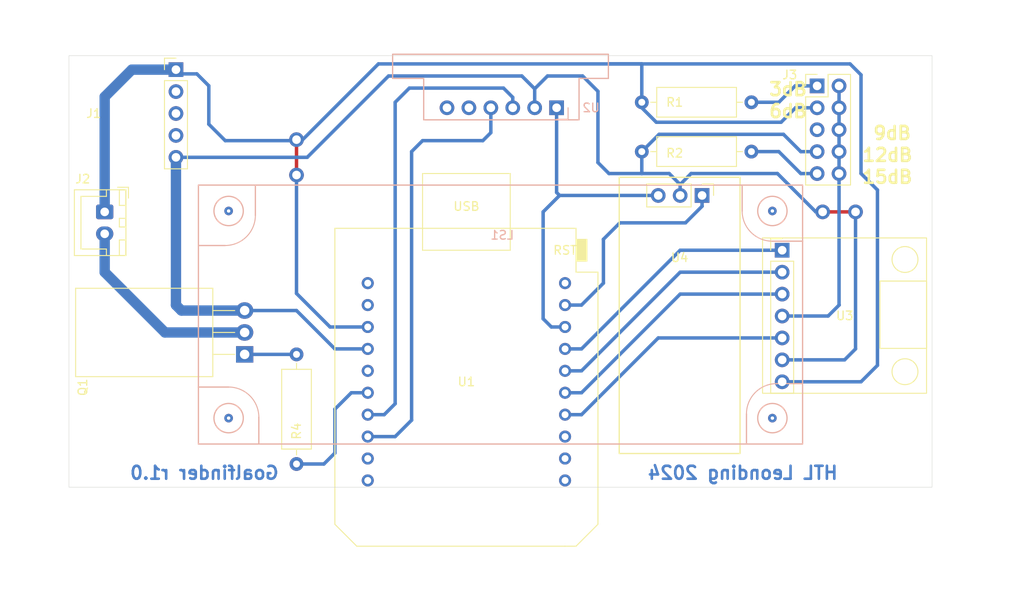
<source format=kicad_pcb>
(kicad_pcb (version 20240108) (generator "pcbnew") (generator_version "8.0")
  (layers (0 "F.Cu" signal) (31 "B.Cu" signal) (34 "B.Paste" user) (35 "F.Paste" user) (36 "B.SilkS" user "B.Silkscreen") (37 "F.SilkS" user "F.Silkscreen") (38 "B.Mask" user) (39 "F.Mask" user) (44 "Edge.Cuts" user))
  (net 0 "")
  (net 1 "Net-(J2-Pin_2)")
  (net 2 "Net-(Q1-G)")
  (net 4 "Net-(U1-IO_17{slash}U2_TXC)")
  (net 8 "Net-(U1-IO_19{slash}MISO)")
  (net 9 "Net-(U1-IO_05{slash}SS)")
  (net 14 "Net-(U3-GAIN_SLOT)")
  (net 15 "Net-(U1-IO_22{slash}SCL_1)")
  (net 16 "3V3")
  (net 17 "Net-(U1-IO_23{slash}MOSI)")
  (net 19 "Net-(U1-IO_21{slash}SDA_1)")
  (net 20 "Net-(U1-IO_18{slash}CLK)")
  (net 21 "Net-(U1-IO_13{slash}TCK)")
  (net 26 "5V")
  (net 28 "Net-(J3-Pad1)")
  (net 30 "Net-(J3-Pad9)")
  (net 31 "GND")
  (footprint "MountingHole:MountingHole_3.2mm_M3" (layer "F.Cu") (at 196 106 -90)
    (property "Reference" "REF**" (hide yes))
    (property "Value" "MountingHole_3.2mm_M3" (hide yes))
    (pad "" np_thru_hole circle (at 0 0 270) (size 3.2 3.2) (drill 3.2) (layers "F&B.Cu" "*.Mask"))
  )
  (footprint "Connector_PinHeader_2.54mm:PinHeader_2x05_P2.54mm_Vertical" (layer "F.Cu") (at 186.685 63.505)
    (property "Reference" "J3" (at -3.17 -1.275 180) (layer "F.SilkS"))
    (property "Value" "GAIN")
    (fp_line (start -1.33 -1.33) (end 0 -1.33) (stroke (width 0.12)) (layer "F.SilkS"))
    (fp_line (start -1.33 0) (end -1.33 -1.33) (stroke (width 0.12)) (layer "F.SilkS"))
    (fp_line (start -1.33 1.27) (end -1.33 11.49) (stroke (width 0.12)) (layer "F.SilkS"))
    (fp_line (start -1.33 1.27) (end 1.27 1.27) (stroke (width 0.12)) (layer "F.SilkS"))
    (fp_line (start -1.33 11.49) (end 3.87 11.49) (stroke (width 0.12)) (layer "F.SilkS"))
    (fp_line (start 1.27 -1.33) (end 3.87 -1.33) (stroke (width 0.12)) (layer "F.SilkS"))
    (fp_line (start 1.27 1.27) (end 1.27 -1.33) (stroke (width 0.12)) (layer "F.SilkS"))
    (fp_line (start 3.87 -1.33) (end 3.87 11.49) (stroke (width 0.12)) (layer "F.SilkS"))
    (pad "1" thru_hole rect (at 0 0) (size 1.7 1.7) (drill 1) (layers "*.Cu" "*.Mask") (net 28 "Net-(J3-Pad1)"))
    (pad "2" thru_hole oval (at 2.54 0) (size 1.7 1.7) (drill 1) (layers "*.Cu" "*.Mask") (net 14 "Net-(U3-GAIN_SLOT)"))
    (pad "3" thru_hole oval (at 0 2.54) (size 1.7 1.7) (drill 1) (layers "*.Cu" "*.Mask") (net 26 "5V"))
    (pad "4" thru_hole oval (at 2.54 2.54) (size 1.7 1.7) (drill 1) (layers "*.Cu" "*.Mask") (net 14 "Net-(U3-GAIN_SLOT)"))
    (pad "5" thru_hole oval (at 0 5.08) (size 1.7 1.7) (drill 1) (layers "*.Cu" "*.Mask"))
    (pad "6" thru_hole oval (at 2.54 5.08) (size 1.7 1.7) (drill 1) (layers "*.Cu" "*.Mask") (net 14 "Net-(U3-GAIN_SLOT)"))
    (pad "7" thru_hole oval (at 0 7.62) (size 1.7 1.7) (drill 1) (layers "*.Cu" "*.Mask") (net 31 "GND"))
    (pad "8" thru_hole oval (at 2.54 7.62) (size 1.7 1.7) (drill 1) (layers "*.Cu" "*.Mask") (net 14 "Net-(U3-GAIN_SLOT)"))
    (pad "9" thru_hole oval (at 0 10.16) (size 1.7 1.7) (drill 1) (layers "*.Cu" "*.Mask") (net 30 "Net-(J3-Pad9)"))
    (pad "10" thru_hole oval (at 2.54 10.16) (size 1.7 1.7) (drill 1) (layers "*.Cu" "*.Mask") (net 14 "Net-(U3-GAIN_SLOT)"))
  )
  (footprint "MountingHole:MountingHole_3.2mm_M3" (layer "F.Cu") (at 104 106 -90)
    (property "Reference" "REF**" (hide yes))
    (property "Value" "MountingHole_3.2mm_M3" (hide yes))
    (pad "" np_thru_hole circle (at 0 0 270) (size 3.2 3.2) (drill 3.2) (layers "*.Cu" "*.Mask"))
  )
  (footprint "Connector_JST_2.54:JST_XH_B2B-XH-A_1x02_P2.54mm_Vertical" (layer "F.Cu") (at 104.14 78.105 -90)
    (property "Reference" "J2" (at -3.81 2.54 180) (layer "F.SilkS"))
    (property "Value" "LED Strip")
    (fp_line (start -2.56 3.51) (end 5.06 3.51) (stroke (width 0.12)) (layer "F.SilkS"))
    (fp_line (start 5.06 3.51) (end 5.06 -2.46) (stroke (width 0.12)) (layer "F.SilkS"))
    (fp_line (start -1.8 2.75) (end 1.25 2.75) (stroke (width 0.12)) (layer "F.SilkS"))
    (fp_line (start 4.3 2.75) (end 1.25 2.75) (stroke (width 0.12)) (layer "F.SilkS"))
    (fp_line (start -2.55 -0.2) (end -1.8 -0.2) (stroke (width 0.12)) (layer "F.SilkS"))
    (fp_line (start -1.8 -0.2) (end -1.8 2.75) (stroke (width 0.12)) (layer "F.SilkS"))
    (fp_line (start 4.3 -0.2) (end 4.3 2.75) (stroke (width 0.12)) (layer "F.SilkS"))
    (fp_line (start 5.05 -0.2) (end 4.3 -0.2) (stroke (width 0.12)) (layer "F.SilkS"))
    (fp_line (start -2.55 -1.7) (end -0.75 -1.7) (stroke (width 0.12)) (layer "F.SilkS"))
    (fp_line (start -0.75 -1.7) (end -0.75 -2.45) (stroke (width 0.12)) (layer "F.SilkS"))
    (fp_line (start 0.75 -1.7) (end 1.75 -1.7) (stroke (width 0.12)) (layer "F.SilkS"))
    (fp_line (start 1.75 -1.7) (end 1.75 -2.45) (stroke (width 0.12)) (layer "F.SilkS"))
    (fp_line (start 3.25 -1.7) (end 5.05 -1.7) (stroke (width 0.12)) (layer "F.SilkS"))
    (fp_line (start 5.05 -1.7) (end 5.05 -2.45) (stroke (width 0.12)) (layer "F.SilkS"))
    (fp_line (start -2.55 -2.45) (end -2.55 -1.7) (stroke (width 0.12)) (layer "F.SilkS"))
    (fp_line (start -0.75 -2.45) (end -2.55 -2.45) (stroke (width 0.12)) (layer "F.SilkS"))
    (fp_line (start 0.75 -2.45) (end 0.75 -1.7) (stroke (width 0.12)) (layer "F.SilkS"))
    (fp_line (start 1.75 -2.45) (end 0.75 -2.45) (stroke (width 0.12)) (layer "F.SilkS"))
    (fp_line (start 3.25 -2.45) (end 3.25 -1.7) (stroke (width 0.12)) (layer "F.SilkS"))
    (fp_line (start 5.05 -2.45) (end 3.25 -2.45) (stroke (width 0.12)) (layer "F.SilkS"))
    (fp_line (start -2.56 -2.46) (end -2.56 3.51) (stroke (width 0.12)) (layer "F.SilkS"))
    (fp_line (start 5.06 -2.46) (end -2.56 -2.46) (stroke (width 0.12)) (layer "F.SilkS"))
    (fp_line (start -2.85 -2.75) (end -2.85 -1.5) (stroke (width 0.12)) (layer "F.SilkS"))
    (fp_line (start -1.6 -2.75) (end -2.85 -2.75) (stroke (width 0.12)) (layer "F.SilkS"))
    (pad "1" thru_hole roundrect (at 0 0 270) (size 1.7 2) (drill 1) (layers "*.Cu" "*.Mask") (roundrect_rratio 0.147059) (net 26 "5V"))
    (pad "2" thru_hole oval (at 2.54 0 270) (size 1.7 2) (drill 1) (layers "*.Cu" "*.Mask") (net 1 "Net-(J2-Pin_2)"))
  )
  (footprint "Breakout_Boards:Micro-USB_BreakoutBoard" (layer "F.Cu") (at 112.3975 61.625)
    (property "Reference" "J1" (at -9.525 5.08 0) (layer "F.SilkS"))
    (property "Value" "USB_B_Micro_Breakout")
    (fp_line (start -1.33 -1.33) (end 0 -1.33) (stroke (width 0.12)) (layer "F.SilkS"))
    (fp_line (start -1.33 0) (end -1.33 -1.33) (stroke (width 0.12)) (layer "F.SilkS"))
    (fp_line (start -1.33 1.27) (end -1.33 11.49) (stroke (width 0.12)) (layer "F.SilkS"))
    (fp_line (start -1.33 1.27) (end 1.33 1.27) (stroke (width 0.12)) (layer "F.SilkS"))
    (fp_line (start -1.33 11.49) (end 1.33 11.49) (stroke (width 0.12)) (layer "F.SilkS"))
    (fp_line (start 1.33 1.27) (end 1.33 11.49) (stroke (width 0.12)) (layer "F.SilkS"))
    (pad "1" thru_hole rect (at 0 0) (size 1.7 1.7) (drill 1) (layers "*.Cu" "*.Mask") (net 26 "5V"))
    (pad "2" thru_hole oval (at 0 2.54) (size 1.7 1.7) (drill 1) (layers "*.Cu" "*.Mask"))
    (pad "3" thru_hole oval (at 0 5.08) (size 1.7 1.7) (drill 1) (layers "*.Cu" "*.Mask"))
    (pad "4" thru_hole oval (at 0 7.62) (size 1.7 1.7) (drill 1) (layers "*.Cu" "*.Mask"))
    (pad "5" thru_hole oval (at 0 10.16) (size 1.7 1.7) (drill 1) (layers "*.Cu" "*.Mask") (net 31 "GND"))
  )
  (footprint "MountingHole:MountingHole_3.2mm_M3" (layer "F.Cu") (at 124 64 -90)
    (property "Reference" "REF**" (hide yes))
    (property "Value" "MountingHole_3.2mm_M3" (hide yes))
    (pad "" np_thru_hole circle (at 0 0 270) (size 3.2 3.2) (drill 3.2) (layers "F&B.Cu" "*.Mask"))
  )
  (footprint "Resistor_THT:R_Axial_DIN0309_L9.0mm_D3.2mm_P12.70mm_Horizontal" (layer "F.Cu") (at 166.37 71.12)
    (property "Reference" "R2" (at 3.81 0.18 360) (layer "F.SilkS"))
    (property "Value" "100k")
    (fp_line (start 1.04 0) (end 1.73 0) (stroke (width 0.12)) (layer "F.SilkS"))
    (fp_line (start 1.73 -1.72) (end 1.73 1.72) (stroke (width 0.12)) (layer "F.SilkS"))
    (fp_line (start 1.73 1.72) (end 10.97 1.72) (stroke (width 0.12)) (layer "F.SilkS"))
    (fp_line (start 10.97 -1.72) (end 1.73 -1.72) (stroke (width 0.12)) (layer "F.SilkS"))
    (fp_line (start 10.97 1.72) (end 10.97 -1.72) (stroke (width 0.12)) (layer "F.SilkS"))
    (fp_line (start 11.66 0) (end 10.97 0) (stroke (width 0.12)) (layer "F.SilkS"))
    (pad "1" thru_hole circle (at 0 0) (size 1.6 1.6) (drill 0.8) (layers "*.Cu" "*.Mask") (net 31 "GND"))
    (pad "2" thru_hole oval (at 12.7 0) (size 1.6 1.6) (drill 0.8) (layers "*.Cu" "*.Mask") (net 30 "Net-(J3-Pad9)"))
  )
  (footprint "Breakout_Boards:MAX98357A_Breakout_Board" (layer "F.Cu") (at 182.635 82.55)
    (property "Reference" "U3" (at 7.2475 7.5875 0) (layer "F.SilkS"))
    (property "Value" "MAX98357A_Breakout")
    (fp_line (start -1.33 -1.33) (end 0 -1.33) (stroke (width 0.12)) (layer "F.SilkS"))
    (fp_line (start -1.33 0) (end -1.33 -1.33) (stroke (width 0.12)) (layer "F.SilkS"))
    (fp_line (start -1.33 1.27) (end -1.33 16.57) (stroke (width 0.12)) (layer "F.SilkS"))
    (fp_line (start -1.33 1.27) (end 1.33 1.27) (stroke (width 0.12)) (layer "F.SilkS"))
    (fp_line (start -1.33 16.57) (end 1.33 16.57) (stroke (width 0.12)) (layer "F.SilkS"))
    (fp_line (start 1.33 1.27) (end 1.33 16.57) (stroke (width 0.12)) (layer "F.SilkS"))
    (fp_rect (start -2.27 -1.43) (end 16.73 16.57) (stroke (width 0.12)) (fill none) (layer "F.SilkS"))
    (fp_rect (start 11.33 3.57) (end 16.73 11.37) (stroke (width 0.12)) (fill none) (layer "F.SilkS"))
    (fp_circle (center 14.23 1.07) (end 15.73 1.07) (stroke (width 0.12)) (fill none) (layer "F.SilkS"))
    (fp_circle (center 14.23 14.07) (end 15.73 14.07) (stroke (width 0.12)) (fill none) (layer "F.SilkS"))
    (pad "1" thru_hole rect (at 0 0) (size 1.7 1.7) (drill 1) (layers "*.Cu" "*.Mask") (net 9 "Net-(U1-IO_05{slash}SS)"))
    (pad "2" thru_hole oval (at 0 2.54) (size 1.7 1.7) (drill 1) (layers "*.Cu" "*.Mask") (net 17 "Net-(U1-IO_23{slash}MOSI)"))
    (pad "3" thru_hole oval (at 0 5.08) (size 1.7 1.7) (drill 1) (layers "*.Cu" "*.Mask") (net 8 "Net-(U1-IO_19{slash}MISO)"))
    (pad "4" thru_hole oval (at 0 7.62) (size 1.7 1.7) (drill 1) (layers "*.Cu" "*.Mask") (net 14 "Net-(U3-GAIN_SLOT)"))
    (pad "5" thru_hole oval (at 0 10.16) (size 1.7 1.7) (drill 1) (layers "*.Cu" "*.Mask") (net 20 "Net-(U1-IO_18{slash}CLK)"))
    (pad "6" thru_hole oval (at 0 12.7) (size 1.7 1.7) (drill 1) (layers "*.Cu" "*.Mask") (net 31 "GND"))
    (pad "7" thru_hole oval (at 0 15.24) (size 1.7 1.7) (drill 1) (layers "*.Cu" "*.Mask") (net 26 "5V"))
  )
  (footprint "Resistor_THT:R_Axial_DIN0309_L9.0mm_D3.2mm_P12.70mm_Horizontal" (layer "F.Cu") (at 126.365 107.315 90)
    (property "Reference" "R4" (at 3.81 0 270) (layer "F.SilkS"))
    (property "Value" "1k")
    (fp_line (start 10.97 -1.72) (end 1.73 -1.72) (stroke (width 0.12)) (layer "F.SilkS"))
    (fp_line (start 1.73 -1.72) (end 1.73 1.72) (stroke (width 0.12)) (layer "F.SilkS"))
    (fp_line (start 11.66 0) (end 10.97 0) (stroke (width 0.12)) (layer "F.SilkS"))
    (fp_line (start 1.04 0) (end 1.73 0) (stroke (width 0.12)) (layer "F.SilkS"))
    (fp_line (start 10.97 1.72) (end 10.97 -1.72) (stroke (width 0.12)) (layer "F.SilkS"))
    (fp_line (start 1.73 1.72) (end 10.97 1.72) (stroke (width 0.12)) (layer "F.SilkS"))
    (pad "1" thru_hole circle (at 0 0 90) (size 1.6 1.6) (drill 0.8) (layers "*.Cu" "*.Mask") (net 4 "Net-(U1-IO_17{slash}U2_TXC)"))
    (pad "2" thru_hole oval (at 12.7 0 90) (size 1.6 1.6) (drill 0.8) (layers "*.Cu" "*.Mask") (net 2 "Net-(Q1-G)"))
  )
  (footprint "MountingHole:MountingHole_3.2mm_M3" (layer "F.Cu") (at 196.85 90.17 -90)
    (property "Reference" "REF**" (hide yes))
    (property "Value" "MountingHole_3.2mm_M3" (hide yes))
    (pad "" np_thru_hole circle (at 0 0 270) (size 3.2 3.2) (drill 3.2) (layers "F&B.Cu" "*.Mask"))
  )
  (footprint "MountingHole:MountingHole_3.2mm_M3" (layer "F.Cu") (at 196 64 -90)
    (property "Reference" "REF**" (hide yes))
    (property "Value" "MountingHole_3.2mm_M3" (hide yes))
    (pad "" np_thru_hole circle (at 0 0 270) (size 3.2 3.2) (drill 3.2) (layers "F&B.Cu" "*.Mask"))
  )
  (footprint "Package_TO_SOT_THT:TO-220-3_Horizontal_TabDown" (layer "F.Cu") (at 120.355 94.615 90)
    (property "Reference" "Q1" (at -3.81 -18.755 270) (layer "F.SilkS"))
    (property "Value" "IRFZ44N")
    (fp_line (start 7.66 -19.58) (end 7.66 -3.69) (stroke (width 0.12)) (layer "F.SilkS"))
    (fp_line (start -2.58 -19.58) (end 7.66 -19.58) (stroke (width 0.12)) (layer "F.SilkS"))
    (fp_line (start -2.58 -19.58) (end -2.58 -3.69) (stroke (width 0.12)) (layer "F.SilkS"))
    (fp_line (start 5.08 -3.69) (end 5.08 -1.15) (stroke (width 0.12)) (layer "F.SilkS"))
    (fp_line (start 2.54 -3.69) (end 2.54 -1.15) (stroke (width 0.12)) (layer "F.SilkS"))
    (fp_line (start 0 -3.69) (end 0 -1.15) (stroke (width 0.12)) (layer "F.SilkS"))
    (fp_line (start -2.58 -3.69) (end 7.66 -3.69) (stroke (width 0.12)) (layer "F.SilkS"))
    (pad "" np_thru_hole oval (at 2.54 -16.66 90) (size 3.5 3.5) (drill 3.5) (layers "*.Cu" "*.Mask"))
    (pad "1" thru_hole rect (at 0 0 90) (size 1.905 2) (drill 1.1) (layers "*.Cu" "*.Mask") (net 2 "Net-(Q1-G)"))
    (pad "2" thru_hole oval (at 2.54 0 90) (size 1.905 2) (drill 1.1) (layers "*.Cu" "*.Mask") (net 1 "Net-(J2-Pin_2)"))
    (pad "3" thru_hole oval (at 5.08 0 90) (size 1.905 2) (drill 1.1) (layers "*.Cu" "*.Mask") (net 31 "GND"))
  )
  (footprint "Breakout_Boards:SW420_Breakout_Board_Horizontal" (layer "F.Cu") (at 173.355 76.2 -90)
    (property "Reference" "U4" (at 7.2 2.6 0) (layer "F.SilkS"))
    (property "Value" "SW420_Breakout")
    (fp_line (start -1.33 6.41) (end 1.33 6.41) (stroke (width 0.12)) (layer "F.SilkS"))
    (fp_line (start -1.33 1.27) (end -1.33 6.41) (stroke (width 0.12)) (layer "F.SilkS"))
    (fp_line (start -1.33 1.27) (end 1.33 1.27) (stroke (width 0.12)) (layer "F.SilkS"))
    (fp_line (start 1.33 1.27) (end 1.33 6.41) (stroke (width 0.12)) (layer "F.SilkS"))
    (fp_line (start -1.33 0) (end -1.33 -1.33) (stroke (width 0.12)) (layer "F.SilkS"))
    (fp_line (start -1.33 -1.33) (end 0 -1.33) (stroke (width 0.12)) (layer "F.SilkS"))
    (fp_rect (start -2.1 -4.4) (end 29.9 9.6) (stroke (width 0.15)) (fill none) (layer "F.SilkS"))
    (pad "1" thru_hole rect (at 0 0 270) (size 1.7 1.7) (drill 1) (layers "*.Cu" "*.Mask") (net 21 "Net-(U1-IO_13{slash}TCK)"))
    (pad "2" thru_hole oval (at 0 2.54 270) (size 1.7 1.7) (drill 1) (layers "*.Cu" "*.Mask") (net 31 "GND"))
    (pad "3" thru_hole oval (at 0 5.08 270) (size 1.7 1.7) (drill 1) (layers "*.Cu" "*.Mask") (net 16 "3V3"))
  )
  (footprint "Resistor_THT:R_Axial_DIN0309_L9.0mm_D3.2mm_P12.70mm_Horizontal" (layer "F.Cu") (at 166.37 65.405)
    (property "Reference" "R1" (at 3.81 0 360) (layer "F.SilkS"))
    (property "Value" "100k")
    (fp_line (start 1.04 0) (end 1.73 0) (stroke (width 0.12)) (layer "F.SilkS"))
    (fp_line (start 1.73 -1.72) (end 1.73 1.72) (stroke (width 0.12)) (layer "F.SilkS"))
    (fp_line (start 1.73 1.72) (end 10.97 1.72) (stroke (width 0.12)) (layer "F.SilkS"))
    (fp_line (start 10.97 -1.72) (end 1.73 -1.72) (stroke (width 0.12)) (layer "F.SilkS"))
    (fp_line (start 10.97 1.72) (end 10.97 -1.72) (stroke (width 0.12)) (layer "F.SilkS"))
    (fp_line (start 11.66 0) (end 10.97 0) (stroke (width 0.12)) (layer "F.SilkS"))
    (pad "1" thru_hole circle (at 0 0) (size 1.6 1.6) (drill 0.8) (layers "*.Cu" "*.Mask") (net 26 "5V"))
    (pad "2" thru_hole oval (at 12.7 0) (size 1.6 1.6) (drill 0.8) (layers "*.Cu" "*.Mask") (net 28 "Net-(J3-Pad1)"))
  )
  (footprint "ESP32_D1_mini:ESP32_D1_mini" (layer "F.Cu") (at 146.05 97.79 180)
    (property "Reference" "U1" (at 0 0 180) (layer "F.SilkS"))
    (property "Value" "ESP32_D1_mini")
    (fp_line (start 15.24 -16.51) (end 15.24 17.78) (stroke (width 0.12)) (layer "F.SilkS"))
    (fp_line (start 12.7 -19.05) (end 15.24 -16.51) (stroke (width 0.12)) (layer "F.SilkS"))
    (fp_line (start 12.7 -19.05) (end -11.43 -19.05) (stroke (width 0.12)) (layer "F.SilkS"))
    (fp_line (start 5.08 24.13) (end 5.08 17.78) (stroke (width 0.12)) (layer "F.SilkS"))
    (fp_line (start 5.08 15.24) (end 5.08 17.78) (stroke (width 0.12)) (layer "F.SilkS"))
    (fp_line (start -5.08 24.13) (end 5.08 24.13) (stroke (width 0.12)) (layer "F.SilkS"))
    (fp_line (start -5.08 17.78) (end -5.08 24.13) (stroke (width 0.12)) (layer "F.SilkS"))
    (fp_line (start -5.08 17.78) (end -5.08 15.24) (stroke (width 0.12)) (layer "F.SilkS"))
    (fp_line (start -5.08 15.24) (end 5.08 15.24) (stroke (width 0.12)) (layer "F.SilkS"))
    (fp_line (start -12.7 17.78) (end 15.24 17.78) (stroke (width 0.12)) (layer "F.SilkS"))
    (fp_line (start -12.7 12.7) (end -12.7 17.78) (stroke (width 0.12)) (layer "F.SilkS"))
    (fp_line (start -12.7 -19.05) (end -11.43 -19.05) (stroke (width 0.12)) (layer "F.SilkS"))
    (fp_line (start -12.7 -19.05) (end -15.24 -16.51) (stroke (width 0.12)) (layer "F.SilkS"))
    (fp_line (start -15.24 12.7) (end -12.7 12.7) (stroke (width 0.12)) (layer "F.SilkS"))
    (fp_line (start -15.24 -16.51) (end -15.24 12.7) (stroke (width 0.12)) (layer "F.SilkS"))
    (fp_poly (pts (xy -13.97 16.51) (xy -13.97 13.97) (xy -12.7 13.97) (xy -12.7 16.51)) (stroke (width 0.1)) (fill solid) (layer "F.SilkS"))
    (fp_text user "USB" (at 0 20.32 180) (layer "F.SilkS"))
    (fp_text user "RST" (at -11.43 15.24 180) (layer "F.SilkS"))
    (pad "2" thru_hole circle (at -11.43 -11.43 90) (size 1.4 1.4) (drill 0.8) (layers "*.Cu" "*.Mask"))
    (pad "4" thru_hole circle (at -11.43 -8.89 90) (size 1.4 1.4) (drill 0.8) (layers "*.Cu" "*.Mask"))
    (pad "6" thru_hole circle (at -11.43 -6.35 90) (size 1.4 1.4) (drill 0.8) (layers "*.Cu" "*.Mask"))
    (pad "8" thru_hole circle (at -11.43 -3.81 90) (size 1.4 1.4) (drill 0.8) (layers "*.Cu" "*.Mask") (net 20 "Net-(U1-IO_18{slash}CLK)"))
    (pad "10" thru_hole circle (at -11.43 -1.27 90) (size 1.4 1.4) (drill 0.8) (layers "*.Cu" "*.Mask") (net 8 "Net-(U1-IO_19{slash}MISO)"))
    (pad "12" thru_hole circle (at -11.43 1.27 90) (size 1.4 1.4) (drill 0.8) (layers "*.Cu" "*.Mask") (net 17 "Net-(U1-IO_23{slash}MOSI)"))
    (pad "14" thru_hole circle (at -11.43 3.81 90) (size 1.4 1.4) (drill 0.8) (layers "*.Cu" "*.Mask") (net 9 "Net-(U1-IO_05{slash}SS)"))
    (pad "16" thru_hole circle (at -11.43 6.35 90) (size 1.4 1.4) (drill 0.8) (layers "*.Cu" "*.Mask") (net 16 "3V3"))
    (pad "18" thru_hole circle (at -11.43 8.89 90) (size 1.4 1.4) (drill 0.8) (layers "*.Cu" "*.Mask") (net 21 "Net-(U1-IO_13{slash}TCK)"))
    (pad "20" thru_hole circle (at -11.43 11.43 90) (size 1.4 1.4) (drill 0.8) (layers "*.Cu" "*.Mask"))
    (pad "21" thru_hole circle (at 11.43 -11.43 90) (size 1.4 1.4) (drill 0.8) (layers "*.Cu" "*.Mask"))
    (pad "23" thru_hole circle (at 11.43 -8.89 90) (size 1.4 1.4) (drill 0.8) (layers "*.Cu" "*.Mask"))
    (pad "25" thru_hole circle (at 11.43 -6.35 90) (size 1.4 1.4) (drill 0.8) (layers "*.Cu" "*.Mask") (net 15 "Net-(U1-IO_22{slash}SCL_1)"))
    (pad "27" thru_hole circle (at 11.43 -3.81 90) (size 1.4 1.4) (drill 0.8) (layers "*.Cu" "*.Mask") (net 19 "Net-(U1-IO_21{slash}SDA_1)"))
    (pad "29" thru_hole circle (at 11.43 -1.27 90) (size 1.4 1.4) (drill 0.8) (layers "*.Cu" "*.Mask") (net 4 "Net-(U1-IO_17{slash}U2_TXC)"))
    (pad "31" thru_hole circle (at 11.43 1.27 90) (size 1.4 1.4) (drill 0.8) (layers "*.Cu" "*.Mask"))
    (pad "33" thru_hole circle (at 11.43 3.81 90) (size 1.4 1.4) (drill 0.8) (layers "*.Cu" "*.Mask") (net 31 "GND"))
    (pad "35" thru_hole circle (at 11.43 6.35 90) (size 1.4 1.4) (drill 0.8) (layers "*.Cu" "*.Mask") (net 26 "5V"))
    (pad "37" thru_hole circle (at 11.43 8.89 90) (size 1.4 1.4) (drill 0.8) (layers "*.Cu" "*.Mask"))
    (pad "39" thru_hole circle (at 11.43 11.43 90) (size 1.4 1.4) (drill 0.8) (layers "*.Cu" "*.Mask"))
  )
  (footprint "Breakout_Boards:VL53L0X_Breakout_Board_vertical_flat" (layer "B.Cu") (at 156.5 66.04 90)
    (property "Reference" "U2" (at 0 4 0) (layer "B.SilkS") (effects (justify mirror)))
    (property "Value" "VL53L0X_Breakout")
    (fp_line (start 0 1.33) (end -1.33 1.33) (stroke (width 0.12)) (layer "B.SilkS"))
    (fp_line (start -1.33 1.33) (end -1.33 0) (stroke (width 0.12)) (layer "B.SilkS"))
    (fp_poly (pts (xy -1.4 2.6) (xy 3.4 2.6) (xy 3.4 6) (xy 6.2 6) (xy 6.2 2.6) (xy 6.2 -15.4) (xy 6.2 -19) (xy 3.4 -19) (xy 3.4 -15.4) (xy -1.4 -15.4)) (stroke (width 0.15)) (fill none) (layer "B.SilkS"))
    (pad "1" thru_hole rect (at 0 0 90) (size 1.7 1.7) (drill 1) (layers "*.Cu" "*.Mask") (net 16 "3V3"))
    (pad "2" thru_hole oval (at 0 -2.54 90) (size 1.7 1.7) (drill 1) (layers "*.Cu" "*.Mask") (net 31 "GND"))
    (pad "3" thru_hole oval (at 0 -5.08 90) (size 1.7 1.7) (drill 1) (layers "*.Cu" "*.Mask") (net 19 "Net-(U1-IO_21{slash}SDA_1)"))
    (pad "4" thru_hole oval (at 0 -7.62 90) (size 1.7 1.7) (drill 1) (layers "*.Cu" "*.Mask") (net 15 "Net-(U1-IO_22{slash}SCL_1)"))
    (pad "5" thru_hole oval (at 0 -10.16 90) (size 1.7 1.7) (drill 1) (layers "*.Cu" "*.Mask"))
    (pad "6" thru_hole oval (at 0 -12.7 90) (size 1.7 1.7) (drill 1) (layers "*.Cu" "*.Mask"))
  )
  (footprint "Breakout_Boards:Mono-Enclosed_Speaker_70x30x17mm_onboard" (layer "B.Cu") (at 185 75 180)
    (property "Reference" "LS1" (at 34.8 -5.8 0) (layer "B.SilkS") (effects (justify mirror)))
    (property "Value" "Speaker")
    (fp_line (start 70 -23.4) (end 66.5 -23.4) (stroke (width 0.15)) (layer "B.SilkS"))
    (fp_line (start 69.9 -7) (end 66.9 -7) (stroke (width 0.15)) (layer "B.SilkS"))
    (fp_line (start 63.4 0) (end 63.4 -3.5) (stroke (width 0.15)) (layer "B.SilkS"))
    (fp_line (start 63 -29.9) (end 63 -26.9) (stroke (width 0.15)) (layer "B.SilkS"))
    (fp_line (start 7 0) (end 7 -3) (stroke (width 0.15)) (layer "B.SilkS"))
    (fp_line (start 6.5 -30) (end 6.5 -26.5) (stroke (width 0.15)) (layer "B.SilkS"))
    (fp_line (start 0 -6.5) (end 3.5 -6.5) (stroke (width 0.15)) (layer "B.SilkS"))
    (fp_line (start 0 -23) (end 3 -23) (stroke (width 0.15)) (layer "B.SilkS"))
    (fp_rect (start 70 -30) (end 0 0) (stroke (width 0.15)) (fill none) (layer "B.SilkS"))
    (fp_arc (start 66.5 -23.4) (mid 64.025126 -24.425126) (end 63 -26.9) (stroke (width 0.12)) (layer "B.SilkS"))
    (fp_arc (start 63.4 -3.5) (mid 64.425126 -5.974874) (end 66.9 -7) (stroke (width 0.12)) (layer "B.SilkS"))
    (fp_arc (start 6.5 -26.5) (mid 5.474874 -24.025126) (end 3 -23) (stroke (width 0.12)) (layer "B.SilkS"))
    (fp_arc (start 3.5 -6.5) (mid 5.974874 -5.474874) (end 7 -3) (stroke (width 0.12)) (layer "B.SilkS"))
    (fp_circle (center 66.5 -3) (end 68.2 -3) (stroke (width 0.15)) (fill none) (layer "B.SilkS"))
    (fp_circle (center 66.5 -27) (end 68.2 -27) (stroke (width 0.15)) (fill none) (layer "B.SilkS"))
    (fp_circle (center 3.5 -3) (end 5.2 -3) (stroke (width 0.15)) (fill none) (layer "B.SilkS"))
    (fp_circle (center 3.5 -27) (end 5.2 -27) (stroke (width 0.15)) (fill none) (layer "B.SilkS"))
    (pad "" thru_hole circle (at 3.5 -27 180) (size 1 1) (drill 0.4) (layers "*.Cu" "*.Mask"))
    (pad "" thru_hole circle (at 3.5 -3 180) (size 1 1) (drill 0.4) (layers "*.Cu" "*.Mask"))
    (pad "" thru_hole circle (at 66.5 -27 180) (size 1 1) (drill 0.4) (layers "*.Cu" "*.Mask"))
    (pad "" thru_hole circle (at 66.5 -3 180) (size 1 1) (drill 0.4) (layers "*.Cu" "*.Mask"))
  )
  (gr_rect (start 100 60) (end 200 110) (stroke (width 0.05)) (fill none) (layer "Edge.Cuts"))
  (gr_text "HTL Leonding 2024" (at 189.23 109.22 0) (layer "B.Cu") (effects (font (size 1.5 1.5) (thickness 0.3) (bold yes)) (justify left bottom mirror)))
  (gr_text "Goalfinder r1.0" (at 124.46 109.22 0) (layer "B.Cu") (effects (font (size 1.5 1.5) (thickness 0.3) (bold yes)) (justify left bottom mirror)))
  (gr_text "12dB" (at 191.77 72.39 0) (layer "F.SilkS") (effects (font (size 1.5 1.5) (thickness 0.3) (bold yes)) (justify left bottom)))
  (gr_text "3dB" (at 180.975 64.77 0) (layer "F.SilkS") (effects (font (size 1.5 1.5) (thickness 0.3) (bold yes)) (justify left bottom)))
  (gr_text "15dB" (at 191.77 74.93 0) (layer "F.SilkS") (effects (font (size 1.5 1.5) (thickness 0.3) (bold yes)) (justify left bottom)))
  (gr_text "6dB" (at 180.975 67.31 0) (layer "F.SilkS") (effects (font (size 1.5 1.5) (thickness 0.3) (bold yes)) (justify left bottom)))
  (gr_text "9dB" (at 193.04 69.85 0) (layer "F.SilkS") (effects (font (size 1.5 1.5) (thickness 0.3) (bold yes)) (justify left bottom)))
  (segment (start 104.14 85.09) (end 111.125 92.075) (width 1.2) (layer "B.Cu") (net 1))
  (segment (start 104.14 80.645) (end 104.14 85.09) (width 1.2) (layer "B.Cu") (net 1))
  (segment (start 111.125 92.075) (end 120.355 92.075) (width 1.2) (layer "B.Cu") (net 1))
  (segment (start 120.355 94.615) (end 126.365 94.615) (width 0.4) (layer "B.Cu") (net 2))
  (segment (start 130.81 106.045) (end 130.81 100.965) (width 0.4) (layer "B.Cu") (net 4))
  (segment (start 129.54 107.315) (end 130.81 106.045) (width 0.4) (layer "B.Cu") (net 4))
  (segment (start 126.365 107.315) (end 129.54 107.315) (width 0.4) (layer "B.Cu") (net 4))
  (segment (start 130.81 100.965) (end 132.715 99.06) (width 0.4) (layer "B.Cu") (net 4))
  (segment (start 132.715 99.06) (end 134.62 99.06) (width 0.4) (layer "B.Cu") (net 4))
  (segment (start 170.815 87.63) (end 182.635 87.63) (width 0.4) (layer "B.Cu") (net 8))
  (segment (start 159.385 99.06) (end 170.815 87.63) (width 0.4) (layer "B.Cu") (net 8))
  (segment (start 157.48 99.06) (end 159.385 99.06) (width 0.4) (layer "B.Cu") (net 8))
  (segment (start 157.48 93.98) (end 159.385 93.98) (width 0.4) (layer "B.Cu") (net 9))
  (segment (start 170.815 82.55) (end 182.635 82.55) (width 0.4) (layer "B.Cu") (net 9))
  (segment (start 159.385 93.98) (end 170.815 82.55) (width 0.4) (layer "B.Cu") (net 9))
  (segment (start 187.96 90.17) (end 182.635 90.17) (width 0.4) (layer "B.Cu") (net 14))
  (segment (start 189.225 63.505) (end 189.225 66.045) (width 0.4) (layer "B.Cu") (net 14))
  (segment (start 189.225 68.585) (end 189.225 71.125) (width 0.4) (layer "B.Cu") (net 14))
  (segment (start 189.23 88.9) (end 189.225 88.895) (width 0.4) (layer "B.Cu") (net 14))
  (segment (start 189.225 88.895) (end 189.225 73.665) (width 0.4) (layer "B.Cu") (net 14))
  (segment (start 189.225 66.045) (end 189.225 68.585) (width 0.4) (layer "B.Cu") (net 14))
  (segment (start 189.23 88.9) (end 187.96 90.17) (width 0.4) (layer "B.Cu") (net 14))
  (segment (start 189.225 71.125) (end 189.225 73.665) (width 0.4) (layer "B.Cu") (net 14))
  (segment (start 147.955 69.85) (end 148.88 68.925) (width 0.4) (layer "B.Cu") (net 15))
  (segment (start 134.62 104.14) (end 137.795 104.14) (width 0.4) (layer "B.Cu") (net 15))
  (segment (start 139.7 102.235) (end 139.7 71.12) (width 0.4) (layer "B.Cu") (net 15))
  (segment (start 140.97 69.85) (end 147.955 69.85) (width 0.4) (layer "B.Cu") (net 15))
  (segment (start 137.795 104.14) (end 139.7 102.235) (width 0.4) (layer "B.Cu") (net 15))
  (segment (start 148.88 68.925) (end 148.88 66.04) (width 0.4) (layer "B.Cu") (net 15))
  (segment (start 139.7 71.12) (end 140.97 69.85) (width 0.4) (layer "B.Cu") (net 15))
  (segment (start 154.94 78.105) (end 156.845 76.2) (width 0.4) (layer "B.Cu") (net 16))
  (segment (start 157.48 91.44) (end 155.8925 91.44) (width 0.4) (layer "B.Cu") (net 16))
  (segment (start 156.5 66.04) (end 156.5 75.855) (width 0.4) (layer "B.Cu") (net 16))
  (segment (start 154.94 90.4875) (end 154.94 78.105) (width 0.4) (layer "B.Cu") (net 16))
  (segment (start 155.8925 91.44) (end 154.94 90.4875) (width 0.4) (layer "B.Cu") (net 16))
  (segment (start 156.5 75.855) (end 156.845 76.2) (width 0.4) (layer "B.Cu") (net 16))
  (segment (start 156.845 76.2) (end 168.275 76.2) (width 0.4) (layer "B.Cu") (net 16))
  (segment (start 159.385 96.52) (end 170.815 85.09) (width 0.4) (layer "B.Cu") (net 17))
  (segment (start 157.48 96.52) (end 159.385 96.52) (width 0.4) (layer "B.Cu") (net 17))
  (segment (start 170.815 85.09) (end 182.635 85.09) (width 0.4) (layer "B.Cu") (net 17))
  (segment (start 139.44 63.76) (end 150.342081 63.76) (width 0.4) (layer "B.Cu") (net 19))
  (segment (start 134.62 101.6) (end 136.525 101.6) (width 0.4) (layer "B.Cu") (net 19))
  (segment (start 137.795 100.33) (end 137.795 65.405) (width 0.4) (layer "B.Cu") (net 19))
  (segment (start 150.342081 63.76) (end 151.42 64.837919) (width 0.4) (layer "B.Cu") (net 19))
  (segment (start 151.42 64.837919) (end 151.42 66.04) (width 0.4) (layer "B.Cu") (net 19))
  (segment (start 136.525 101.6) (end 137.795 100.33) (width 0.4) (layer "B.Cu") (net 19))
  (segment (start 137.795 65.405) (end 139.44 63.76) (width 0.4) (layer "B.Cu") (net 19))
  (segment (start 157.48 101.6) (end 159.385 101.6) (width 0.4) (layer "B.Cu") (net 20))
  (segment (start 159.385 101.6) (end 168.275 92.71) (width 0.4) (layer "B.Cu") (net 20))
  (segment (start 168.275 92.71) (end 182.635 92.71) (width 0.4) (layer "B.Cu") (net 20))
  (segment (start 157.48 88.9) (end 159.385 88.9) (width 0.4) (layer "B.Cu") (net 21))
  (segment (start 159.385 88.9) (end 161.925 86.36) (width 0.4) (layer "B.Cu") (net 21))
  (segment (start 171.43 79.375) (end 173.355 77.45) (width 0.4) (layer "B.Cu") (net 21))
  (segment (start 161.925 86.36) (end 161.925 81.28) (width 0.4) (layer "B.Cu") (net 21))
  (segment (start 163.83 79.375) (end 171.43 79.375) (width 0.4) (layer "B.Cu") (net 21))
  (segment (start 161.925 81.28) (end 163.83 79.375) (width 0.4) (layer "B.Cu") (net 21))
  (segment (start 173.355 77.45) (end 173.355 76.2) (width 0.4) (layer "B.Cu") (net 21))
  (segment (start 126.365 69.735) (end 126.365 73.835) (width 0.4) (layer "F.Cu") (net 26))
  (via (at 126.365 69.735) (size 1.7) (drill 1) (layers "F.Cu" "B.Cu") (net 26))
  (via (at 126.365 73.835) (size 1.7) (drill 1) (layers "F.Cu" "B.Cu") (net 26))
  (segment (start 193.675 75.565) (end 191.77 73.66) (width 0.4) (layer "B.Cu") (net 26))
  (segment (start 191.77 97.79) (end 193.675 95.885) (width 0.4) (layer "B.Cu") (net 26))
  (segment (start 112.8875 62.115) (end 114.82 62.115) (width 0.4) (layer "B.Cu") (net 26))
  (segment (start 191.77 73.66) (end 191.77 62.23) (width 0.4) (layer "B.Cu") (net 26))
  (segment (start 191.77 62.23) (end 190.5 60.96) (width 0.4) (layer "B.Cu") (net 26))
  (segment (start 190.5 60.96) (end 162.56 60.96) (width 0.4) (layer "B.Cu") (net 26))
  (segment (start 112.3975 61.625) (end 112.8875 62.115) (width 0.4) (layer "B.Cu") (net 26))
  (segment (start 182.635 97.79) (end 191.77 97.79) (width 0.4) (layer "B.Cu") (net 26))
  (segment (start 166.37 65.405) (end 166.37 66.04) (width 0.4) (layer "B.Cu") (net 26))
  (segment (start 114.82 62.115) (end 116.205 63.5) (width 0.4) (layer "B.Cu") (net 26))
  (segment (start 107.285 61.625) (end 104.14 64.77) (width 1.2) (layer "B.Cu") (net 26))
  (segment (start 166.37 60.96) (end 166.37 65.405) (width 0.4) (layer "B.Cu") (net 26))
  (segment (start 166.37 66.04) (end 168.05 67.72) (width 0.4) (layer "B.Cu") (net 26))
  (segment (start 162.56 60.96) (end 166.37 60.96) (width 0.4) (layer "B.Cu") (net 26))
  (segment (start 116.205 63.5) (end 116.205 67.945) (width 0.4) (layer "B.Cu") (net 26))
  (segment (start 130.249898 91.44) (end 134.62 91.44) (width 0.4) (layer "B.Cu") (net 26))
  (segment (start 182.50745 67.72) (end 184.18245 66.045) (width 0.4) (layer "B.Cu") (net 26))
  (segment (start 193.675 95.885) (end 193.675 75.565) (width 0.4) (layer "B.Cu") (net 26))
  (segment (start 126.365 87.555102) (end 130.249898 91.44) (width 0.4) (layer "B.Cu") (net 26))
  (segment (start 184.18245 66.045) (end 186.685 66.045) (width 0.4) (layer "B.Cu") (net 26))
  (segment (start 118.11 69.85) (end 126.96255 69.85) (width 0.4) (layer "B.Cu") (net 26))
  (segment (start 126.365 73.835) (end 126.365 87.555102) (width 0.4) (layer "B.Cu") (net 26))
  (segment (start 135.85255 60.96) (end 162.56 60.96) (width 0.4) (layer "B.Cu") (net 26))
  (segment (start 104.14 64.77) (end 104.14 78.105) (width 1.2) (layer "B.Cu") (net 26))
  (segment (start 168.05 67.72) (end 182.50745 67.72) (width 0.4) (layer "B.Cu") (net 26))
  (segment (start 112.3975 61.625) (end 107.285 61.625) (width 1.2) (layer "B.Cu") (net 26))
  (segment (start 116.205 67.945) (end 118.11 69.85) (width 0.4) (layer "B.Cu") (net 26))
  (segment (start 126.96255 69.85) (end 135.85255 60.96) (width 0.4) (layer "B.Cu") (net 26))
  (segment (start 184.145 63.505) (end 186.685 63.505) (width 0.4) (layer "B.Cu") (net 28))
  (segment (start 182.245 65.405) (end 184.145 63.505) (width 0.4) (layer "B.Cu") (net 28))
  (segment (start 179.07 65.405) (end 182.245 65.405) (width 0.4) (layer "B.Cu") (net 28))
  (segment (start 179.07 71.12) (end 182.245 71.12) (width 0.4) (layer "B.Cu") (net 30))
  (segment (start 184.79 73.665) (end 186.685 73.665) (width 0.4) (layer "B.Cu") (net 30))
  (segment (start 182.245 71.12) (end 184.79 73.665) (width 0.4) (layer "B.Cu") (net 30))
  (segment (start 187.325 78.105) (end 191.135 78.105) (width 0.4) (layer "F.Cu") (net 31))
  (via (at 191.135 78.105) (size 1.7) (drill 1) (layers "F.Cu" "B.Cu") (net 31))
  (via (at 187.325 78.105) (size 1.7) (drill 1) (layers "F.Cu" "B.Cu") (net 31))
  (segment (start 152.475 62.36) (end 153.96 63.845) (width 0.4) (layer "B.Cu") (net 31))
  (segment (start 120.355 89.535) (end 113.03 89.535) (width 1.2) (layer "B.Cu") (net 31))
  (segment (start 161.29 64.135) (end 159.515 62.36) (width 0.4) (layer "B.Cu") (net 31))
  (segment (start 168.37 69.12) (end 182.785 69.12) (width 0.4) (layer "B.Cu") (net 31))
  (segment (start 120.355 89.535) (end 126.365 89.535) (width 0.4) (layer "B.Cu") (net 31))
  (segment (start 130.81 93.98) (end 134.62 93.98) (width 0.4) (layer "B.Cu") (net 31))
  (segment (start 166.37 71.12) (end 166.37 73.66) (width 0.4) (layer "B.Cu") (net 31))
  (segment (start 113.03 89.535) (end 112.3975 88.9025) (width 1.2) (layer "B.Cu") (net 31))
  (segment (start 170.815 76.2) (end 170.815 74.93) (width 0.4) (layer "B.Cu") (net 31))
  (segment (start 112.3975 71.785) (end 127.605 71.785) (width 0.4) (layer "B.Cu") (net 31))
  (segment (start 159.515 62.36) (end 155.445 62.36) (width 0.4) (layer "B.Cu") (net 31))
  (segment (start 153.96 63.845) (end 153.96 66.04) (width 0.4) (layer "B.Cu") (net 31))
  (segment (start 191.135 93.98) (end 189.865 95.25) (width 0.4) (layer "B.Cu") (net 31))
  (segment (start 189.865 95.25) (end 182.635 95.25) (width 0.4) (layer "B.Cu") (net 31))
  (segment (start 169.545 73.66) (end 166.37 73.66) (width 0.4) (layer "B.Cu") (net 31))
  (segment (start 191.135 78.105) (end 191.135 93.98) (width 0.4) (layer "B.Cu") (net 31))
  (segment (start 184.79 71.125) (end 186.685 71.125) (width 0.4) (layer "B.Cu") (net 31))
  (segment (start 170.815 74.93) (end 172.085 73.66) (width 0.4) (layer "B.Cu") (net 31))
  (segment (start 155.445 62.36) (end 153.96 63.845) (width 0.4) (layer "B.Cu") (net 31))
  (segment (start 182.785 69.12) (end 184.79 71.125) (width 0.4) (layer "B.Cu") (net 31))
  (segment (start 182.087994 73.66) (end 186.532994 78.105) (width 0.4) (layer "B.Cu") (net 31))
  (segment (start 137.03 62.36) (end 152.475 62.36) (width 0.4) (layer "B.Cu") (net 31))
  (segment (start 170.815 74.93) (end 169.545 73.66) (width 0.4) (layer "B.Cu") (net 31))
  (segment (start 112.3975 88.9025) (end 112.3975 71.785) (width 1.2) (layer "B.Cu") (net 31))
  (segment (start 162.56 73.66) (end 161.29 72.39) (width 0.4) (layer "B.Cu") (net 31))
  (segment (start 172.085 73.66) (end 182.087994 73.66) (width 0.4) (layer "B.Cu") (net 31))
  (segment (start 126.365 89.535) (end 130.81 93.98) (width 0.4) (layer "B.Cu") (net 31))
  (segment (start 186.532994 78.105) (end 187.325 78.105) (width 0.4) (layer "B.Cu") (net 31))
  (segment (start 166.37 71.12) (end 168.37 69.12) (width 0.4) (layer "B.Cu") (net 31))
  (segment (start 127.605 71.785) (end 137.03 62.36) (width 0.4) (layer "B.Cu") (net 31))
  (segment (start 161.29 72.39) (end 161.29 64.135) (width 0.4) (layer "B.Cu") (net 31))
  (segment (start 166.37 73.66) (end 162.56 73.66) (width 0.4) (layer "B.Cu") (net 31))
)
</source>
